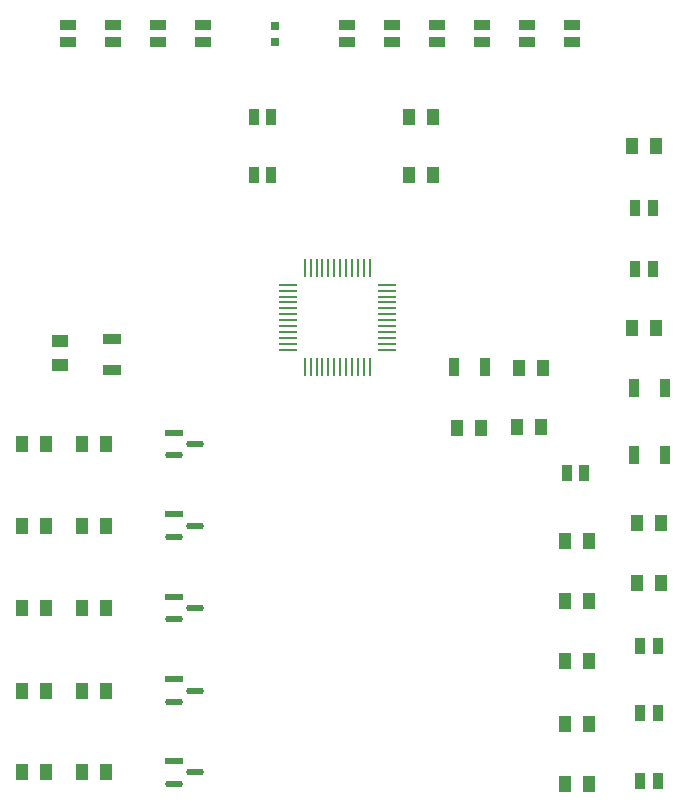
<source format=gtp>
G04*
G04 #@! TF.GenerationSoftware,Altium Limited,Altium Designer,22.9.1 (49)*
G04*
G04 Layer_Color=8421504*
%FSLAX25Y25*%
%MOIN*%
G70*
G04*
G04 #@! TF.SameCoordinates,2D7BEFF4-9F28-405B-851C-CABBC44A95C7*
G04*
G04*
G04 #@! TF.FilePolarity,Positive*
G04*
G01*
G75*
%ADD17R,0.06142X0.01106*%
%ADD18R,0.01106X0.06142*%
%ADD19R,0.03937X0.05315*%
%ADD20R,0.03740X0.05315*%
%ADD21R,0.03543X0.06102*%
G04:AMPARAMS|DCode=22|XSize=60.01mil|YSize=22.75mil|CornerRadius=11.38mil|HoleSize=0mil|Usage=FLASHONLY|Rotation=0.000|XOffset=0mil|YOffset=0mil|HoleType=Round|Shape=RoundedRectangle|*
%AMROUNDEDRECTD22*
21,1,0.06001,0.00000,0,0,0.0*
21,1,0.03725,0.02275,0,0,0.0*
1,1,0.02275,0.01863,0.00000*
1,1,0.02275,-0.01863,0.00000*
1,1,0.02275,-0.01863,0.00000*
1,1,0.02275,0.01863,0.00000*
%
%ADD22ROUNDEDRECTD22*%
%ADD23R,0.06001X0.02275*%
%ADD24R,0.05315X0.03937*%
%ADD25R,0.06102X0.03543*%
%ADD26R,0.05315X0.03740*%
%ADD27R,0.02756X0.02559*%
D17*
X105043Y154173D02*
D03*
X137957D02*
D03*
Y156142D02*
D03*
Y158110D02*
D03*
Y160079D02*
D03*
Y162047D02*
D03*
Y164016D02*
D03*
Y165984D02*
D03*
Y167953D02*
D03*
Y169921D02*
D03*
Y171890D02*
D03*
Y173858D02*
D03*
Y175827D02*
D03*
X105043D02*
D03*
Y173858D02*
D03*
Y171890D02*
D03*
Y169921D02*
D03*
Y167953D02*
D03*
Y165984D02*
D03*
Y164016D02*
D03*
Y162047D02*
D03*
Y160079D02*
D03*
Y158110D02*
D03*
Y156142D02*
D03*
D18*
X128390Y148543D02*
D03*
X130358D02*
D03*
X132327D02*
D03*
Y181457D02*
D03*
X130358D02*
D03*
X128390D02*
D03*
X126421D02*
D03*
X124453D02*
D03*
X122484D02*
D03*
X120516D02*
D03*
X118547D02*
D03*
X116579D02*
D03*
X114610D02*
D03*
X112642D02*
D03*
X110673D02*
D03*
Y148543D02*
D03*
X112642D02*
D03*
X126421D02*
D03*
X124453D02*
D03*
X122484D02*
D03*
X120516D02*
D03*
X118547D02*
D03*
X116579D02*
D03*
X114610D02*
D03*
D19*
X189437Y128500D02*
D03*
X181563D02*
D03*
X219846Y161500D02*
D03*
X227720D02*
D03*
X219846Y222000D02*
D03*
X227720D02*
D03*
X24374Y13260D02*
D03*
X16500D02*
D03*
X24374Y40500D02*
D03*
X16500D02*
D03*
X24374Y68000D02*
D03*
X16500D02*
D03*
X24374Y95500D02*
D03*
X16500D02*
D03*
X24374Y122760D02*
D03*
X16500D02*
D03*
X36563Y13260D02*
D03*
X44437D02*
D03*
X36563Y40500D02*
D03*
X44437D02*
D03*
X36563Y68000D02*
D03*
X44437D02*
D03*
X36563Y95500D02*
D03*
X44437D02*
D03*
X36563Y122760D02*
D03*
X44437D02*
D03*
X145563Y231606D02*
D03*
X153437D02*
D03*
X189937Y148000D02*
D03*
X182063D02*
D03*
X153437Y212394D02*
D03*
X145563D02*
D03*
X169437Y128000D02*
D03*
X161563D02*
D03*
X205390Y70500D02*
D03*
X197516D02*
D03*
X205327Y50500D02*
D03*
X197453D02*
D03*
X205390Y90500D02*
D03*
X197516D02*
D03*
Y9500D02*
D03*
X205390D02*
D03*
X197516Y29500D02*
D03*
X205390D02*
D03*
X229437Y76500D02*
D03*
X221563D02*
D03*
X229437Y96500D02*
D03*
X221563D02*
D03*
D20*
X220831Y201500D02*
D03*
X226736D02*
D03*
X220831Y181000D02*
D03*
X226736D02*
D03*
X99500Y212394D02*
D03*
X93594D02*
D03*
X99500Y231606D02*
D03*
X93594D02*
D03*
X203906Y113000D02*
D03*
X198000D02*
D03*
X228453Y10500D02*
D03*
X222547D02*
D03*
X228453Y33000D02*
D03*
X222547D02*
D03*
X228453Y55500D02*
D03*
X222547D02*
D03*
D21*
X230717Y141500D02*
D03*
X220284D02*
D03*
X160283Y148500D02*
D03*
X170717D02*
D03*
X220284Y119000D02*
D03*
X230717D02*
D03*
D22*
X74131Y122760D02*
D03*
X66964Y119020D02*
D03*
X74214Y13260D02*
D03*
X67047Y9520D02*
D03*
X74131Y68000D02*
D03*
X66964Y64260D02*
D03*
X74131Y40500D02*
D03*
X66964Y36760D02*
D03*
X74131Y95500D02*
D03*
X66964Y91760D02*
D03*
D23*
Y126500D02*
D03*
X67047Y17000D02*
D03*
X66964Y71740D02*
D03*
Y44240D02*
D03*
Y99240D02*
D03*
D24*
X29000Y149063D02*
D03*
Y156937D02*
D03*
D25*
X46500Y157717D02*
D03*
Y147283D02*
D03*
D26*
X76827Y262496D02*
D03*
Y256591D02*
D03*
X199827Y262496D02*
D03*
Y256591D02*
D03*
X169827Y262496D02*
D03*
Y256591D02*
D03*
X184827Y262496D02*
D03*
Y256591D02*
D03*
X154827Y262496D02*
D03*
Y256591D02*
D03*
X31827Y262496D02*
D03*
Y256591D02*
D03*
X61827Y262496D02*
D03*
Y256591D02*
D03*
X46827Y262496D02*
D03*
Y256591D02*
D03*
X139827Y262496D02*
D03*
Y256591D02*
D03*
X124827Y262496D02*
D03*
Y256591D02*
D03*
D27*
X100827Y262201D02*
D03*
Y256886D02*
D03*
M02*

</source>
